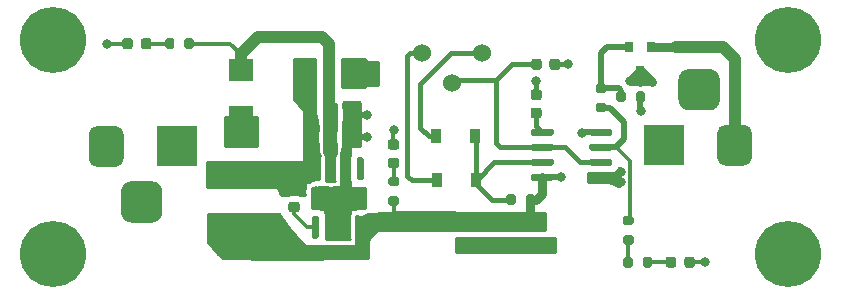
<source format=gbr>
%TF.GenerationSoftware,KiCad,Pcbnew,(5.1.10)-1*%
%TF.CreationDate,2021-09-15T21:12:31+02:00*%
%TF.ProjectId,Aquarium_LED_Dimmer,41717561-7269-4756-9d5f-4c45445f4469,rev?*%
%TF.SameCoordinates,Original*%
%TF.FileFunction,Copper,L1,Top*%
%TF.FilePolarity,Positive*%
%FSLAX46Y46*%
G04 Gerber Fmt 4.6, Leading zero omitted, Abs format (unit mm)*
G04 Created by KiCad (PCBNEW (5.1.10)-1) date 2021-09-15 21:12:31*
%MOMM*%
%LPD*%
G01*
G04 APERTURE LIST*
%TA.AperFunction,ComponentPad*%
%ADD10C,1.524000*%
%TD*%
%TA.AperFunction,ComponentPad*%
%ADD11C,5.600000*%
%TD*%
%TA.AperFunction,SMDPad,CuDef*%
%ADD12R,5.900000X1.600000*%
%TD*%
%TA.AperFunction,SMDPad,CuDef*%
%ADD13R,0.800000X0.900000*%
%TD*%
%TA.AperFunction,ComponentPad*%
%ADD14R,3.500000X3.500000*%
%TD*%
%TA.AperFunction,SMDPad,CuDef*%
%ADD15R,0.900000X1.200000*%
%TD*%
%TA.AperFunction,SMDPad,CuDef*%
%ADD16R,1.955800X2.159000*%
%TD*%
%TA.AperFunction,SMDPad,CuDef*%
%ADD17R,2.159000X1.955800*%
%TD*%
%TA.AperFunction,ViaPad*%
%ADD18C,0.800000*%
%TD*%
%TA.AperFunction,Conductor*%
%ADD19C,0.250000*%
%TD*%
%TA.AperFunction,Conductor*%
%ADD20C,0.400000*%
%TD*%
%TA.AperFunction,Conductor*%
%ADD21C,0.500000*%
%TD*%
%TA.AperFunction,Conductor*%
%ADD22C,0.750000*%
%TD*%
%TA.AperFunction,Conductor*%
%ADD23C,0.350000*%
%TD*%
%TA.AperFunction,Conductor*%
%ADD24C,1.000000*%
%TD*%
%TA.AperFunction,Conductor*%
%ADD25C,0.254000*%
%TD*%
%TA.AperFunction,Conductor*%
%ADD26C,0.100000*%
%TD*%
G04 APERTURE END LIST*
D10*
%TO.P,RV1,2*%
%TO.N,Net-(C5-Pad1)*%
X174290000Y-97060000D03*
%TO.P,RV1,3*%
%TO.N,Net-(D3-Pad1)*%
X171750000Y-94520000D03*
%TO.P,RV1,1*%
%TO.N,Net-(D4-Pad2)*%
X176830000Y-94520000D03*
%TD*%
%TO.P,R7,2*%
%TO.N,Net-(D7-Pad2)*%
%TA.AperFunction,SMDPad,CuDef*%
G36*
G01*
X190425000Y-112475000D02*
X190425000Y-111925000D01*
G75*
G02*
X190625000Y-111725000I200000J0D01*
G01*
X191025000Y-111725000D01*
G75*
G02*
X191225000Y-111925000I0J-200000D01*
G01*
X191225000Y-112475000D01*
G75*
G02*
X191025000Y-112675000I-200000J0D01*
G01*
X190625000Y-112675000D01*
G75*
G02*
X190425000Y-112475000I0J200000D01*
G01*
G37*
%TD.AperFunction*%
%TO.P,R7,1*%
%TO.N,Net-(R6-Pad2)*%
%TA.AperFunction,SMDPad,CuDef*%
G36*
G01*
X188775000Y-112475000D02*
X188775000Y-111925000D01*
G75*
G02*
X188975000Y-111725000I200000J0D01*
G01*
X189375000Y-111725000D01*
G75*
G02*
X189575000Y-111925000I0J-200000D01*
G01*
X189575000Y-112475000D01*
G75*
G02*
X189375000Y-112675000I-200000J0D01*
G01*
X188975000Y-112675000D01*
G75*
G02*
X188775000Y-112475000I0J200000D01*
G01*
G37*
%TD.AperFunction*%
%TD*%
%TO.P,R6,2*%
%TO.N,Net-(R6-Pad2)*%
%TA.AperFunction,SMDPad,CuDef*%
G36*
G01*
X188925000Y-109925000D02*
X189475000Y-109925000D01*
G75*
G02*
X189675000Y-110125000I0J-200000D01*
G01*
X189675000Y-110525000D01*
G75*
G02*
X189475000Y-110725000I-200000J0D01*
G01*
X188925000Y-110725000D01*
G75*
G02*
X188725000Y-110525000I0J200000D01*
G01*
X188725000Y-110125000D01*
G75*
G02*
X188925000Y-109925000I200000J0D01*
G01*
G37*
%TD.AperFunction*%
%TO.P,R6,1*%
%TO.N,MOS_OUT*%
%TA.AperFunction,SMDPad,CuDef*%
G36*
G01*
X188925000Y-108275000D02*
X189475000Y-108275000D01*
G75*
G02*
X189675000Y-108475000I0J-200000D01*
G01*
X189675000Y-108875000D01*
G75*
G02*
X189475000Y-109075000I-200000J0D01*
G01*
X188925000Y-109075000D01*
G75*
G02*
X188725000Y-108875000I0J200000D01*
G01*
X188725000Y-108475000D01*
G75*
G02*
X188925000Y-108275000I200000J0D01*
G01*
G37*
%TD.AperFunction*%
%TD*%
%TO.P,R5,2*%
%TO.N,Net-(D6-Pad2)*%
%TA.AperFunction,SMDPad,CuDef*%
G36*
G01*
X169605000Y-105765000D02*
X169055000Y-105765000D01*
G75*
G02*
X168855000Y-105565000I0J200000D01*
G01*
X168855000Y-105165000D01*
G75*
G02*
X169055000Y-104965000I200000J0D01*
G01*
X169605000Y-104965000D01*
G75*
G02*
X169805000Y-105165000I0J-200000D01*
G01*
X169805000Y-105565000D01*
G75*
G02*
X169605000Y-105765000I-200000J0D01*
G01*
G37*
%TD.AperFunction*%
%TO.P,R5,1*%
%TO.N,+12V*%
%TA.AperFunction,SMDPad,CuDef*%
G36*
G01*
X169605000Y-107415000D02*
X169055000Y-107415000D01*
G75*
G02*
X168855000Y-107215000I0J200000D01*
G01*
X168855000Y-106815000D01*
G75*
G02*
X169055000Y-106615000I200000J0D01*
G01*
X169605000Y-106615000D01*
G75*
G02*
X169805000Y-106815000I0J-200000D01*
G01*
X169805000Y-107215000D01*
G75*
G02*
X169605000Y-107415000I-200000J0D01*
G01*
G37*
%TD.AperFunction*%
%TD*%
%TO.P,R4,2*%
%TO.N,Net-(D5-Pad2)*%
%TA.AperFunction,SMDPad,CuDef*%
G36*
G01*
X150775000Y-93425000D02*
X150775000Y-93975000D01*
G75*
G02*
X150575000Y-94175000I-200000J0D01*
G01*
X150175000Y-94175000D01*
G75*
G02*
X149975000Y-93975000I0J200000D01*
G01*
X149975000Y-93425000D01*
G75*
G02*
X150175000Y-93225000I200000J0D01*
G01*
X150575000Y-93225000D01*
G75*
G02*
X150775000Y-93425000I0J-200000D01*
G01*
G37*
%TD.AperFunction*%
%TO.P,R4,1*%
%TO.N,VCC*%
%TA.AperFunction,SMDPad,CuDef*%
G36*
G01*
X152425000Y-93425000D02*
X152425000Y-93975000D01*
G75*
G02*
X152225000Y-94175000I-200000J0D01*
G01*
X151825000Y-94175000D01*
G75*
G02*
X151625000Y-93975000I0J200000D01*
G01*
X151625000Y-93425000D01*
G75*
G02*
X151825000Y-93225000I200000J0D01*
G01*
X152225000Y-93225000D01*
G75*
G02*
X152425000Y-93425000I0J-200000D01*
G01*
G37*
%TD.AperFunction*%
%TD*%
%TO.P,D7,2*%
%TO.N,Net-(D7-Pad2)*%
%TA.AperFunction,SMDPad,CuDef*%
G36*
G01*
X193250000Y-111943750D02*
X193250000Y-112456250D01*
G75*
G02*
X193031250Y-112675000I-218750J0D01*
G01*
X192593750Y-112675000D01*
G75*
G02*
X192375000Y-112456250I0J218750D01*
G01*
X192375000Y-111943750D01*
G75*
G02*
X192593750Y-111725000I218750J0D01*
G01*
X193031250Y-111725000D01*
G75*
G02*
X193250000Y-111943750I0J-218750D01*
G01*
G37*
%TD.AperFunction*%
%TO.P,D7,1*%
%TO.N,GND*%
%TA.AperFunction,SMDPad,CuDef*%
G36*
G01*
X194825000Y-111943750D02*
X194825000Y-112456250D01*
G75*
G02*
X194606250Y-112675000I-218750J0D01*
G01*
X194168750Y-112675000D01*
G75*
G02*
X193950000Y-112456250I0J218750D01*
G01*
X193950000Y-111943750D01*
G75*
G02*
X194168750Y-111725000I218750J0D01*
G01*
X194606250Y-111725000D01*
G75*
G02*
X194825000Y-111943750I0J-218750D01*
G01*
G37*
%TD.AperFunction*%
%TD*%
%TO.P,D6,2*%
%TO.N,Net-(D6-Pad2)*%
%TA.AperFunction,SMDPad,CuDef*%
G36*
G01*
X169063750Y-103380000D02*
X169576250Y-103380000D01*
G75*
G02*
X169795000Y-103598750I0J-218750D01*
G01*
X169795000Y-104036250D01*
G75*
G02*
X169576250Y-104255000I-218750J0D01*
G01*
X169063750Y-104255000D01*
G75*
G02*
X168845000Y-104036250I0J218750D01*
G01*
X168845000Y-103598750D01*
G75*
G02*
X169063750Y-103380000I218750J0D01*
G01*
G37*
%TD.AperFunction*%
%TO.P,D6,1*%
%TO.N,GND*%
%TA.AperFunction,SMDPad,CuDef*%
G36*
G01*
X169063750Y-101805000D02*
X169576250Y-101805000D01*
G75*
G02*
X169795000Y-102023750I0J-218750D01*
G01*
X169795000Y-102461250D01*
G75*
G02*
X169576250Y-102680000I-218750J0D01*
G01*
X169063750Y-102680000D01*
G75*
G02*
X168845000Y-102461250I0J218750D01*
G01*
X168845000Y-102023750D01*
G75*
G02*
X169063750Y-101805000I218750J0D01*
G01*
G37*
%TD.AperFunction*%
%TD*%
%TO.P,D5,2*%
%TO.N,Net-(D5-Pad2)*%
%TA.AperFunction,SMDPad,CuDef*%
G36*
G01*
X147937500Y-93956250D02*
X147937500Y-93443750D01*
G75*
G02*
X148156250Y-93225000I218750J0D01*
G01*
X148593750Y-93225000D01*
G75*
G02*
X148812500Y-93443750I0J-218750D01*
G01*
X148812500Y-93956250D01*
G75*
G02*
X148593750Y-94175000I-218750J0D01*
G01*
X148156250Y-94175000D01*
G75*
G02*
X147937500Y-93956250I0J218750D01*
G01*
G37*
%TD.AperFunction*%
%TO.P,D5,1*%
%TO.N,GND*%
%TA.AperFunction,SMDPad,CuDef*%
G36*
G01*
X146362500Y-93956250D02*
X146362500Y-93443750D01*
G75*
G02*
X146581250Y-93225000I218750J0D01*
G01*
X147018750Y-93225000D01*
G75*
G02*
X147237500Y-93443750I0J-218750D01*
G01*
X147237500Y-93956250D01*
G75*
G02*
X147018750Y-94175000I-218750J0D01*
G01*
X146581250Y-94175000D01*
G75*
G02*
X146362500Y-93956250I0J218750D01*
G01*
G37*
%TD.AperFunction*%
%TD*%
D11*
%TO.P,H4,1*%
%TO.N,N/C*%
X202700000Y-111500000D03*
%TD*%
%TO.P,H3,1*%
%TO.N,N/C*%
X202700000Y-93400000D03*
%TD*%
%TO.P,H2,1*%
%TO.N,N/C*%
X140500000Y-111500000D03*
%TD*%
%TO.P,H1,1*%
%TO.N,N/C*%
X140500000Y-93400000D03*
%TD*%
D12*
%TO.P,L1,2*%
%TO.N,+12V*%
X156600000Y-109600000D03*
%TO.P,L1,1*%
%TO.N,Net-(C4-Pad1)*%
X156600000Y-104900000D03*
%TD*%
%TO.P,C8,2*%
%TO.N,GND*%
%TA.AperFunction,SMDPad,CuDef*%
G36*
G01*
X176025000Y-110150000D02*
X176975000Y-110150000D01*
G75*
G02*
X177225000Y-110400000I0J-250000D01*
G01*
X177225000Y-110900000D01*
G75*
G02*
X176975000Y-111150000I-250000J0D01*
G01*
X176025000Y-111150000D01*
G75*
G02*
X175775000Y-110900000I0J250000D01*
G01*
X175775000Y-110400000D01*
G75*
G02*
X176025000Y-110150000I250000J0D01*
G01*
G37*
%TD.AperFunction*%
%TO.P,C8,1*%
%TO.N,+12V*%
%TA.AperFunction,SMDPad,CuDef*%
G36*
G01*
X176025000Y-108250000D02*
X176975000Y-108250000D01*
G75*
G02*
X177225000Y-108500000I0J-250000D01*
G01*
X177225000Y-109000000D01*
G75*
G02*
X176975000Y-109250000I-250000J0D01*
G01*
X176025000Y-109250000D01*
G75*
G02*
X175775000Y-109000000I0J250000D01*
G01*
X175775000Y-108500000D01*
G75*
G02*
X176025000Y-108250000I250000J0D01*
G01*
G37*
%TD.AperFunction*%
%TD*%
%TO.P,C7,2*%
%TO.N,GND*%
%TA.AperFunction,SMDPad,CuDef*%
G36*
G01*
X178225000Y-110150000D02*
X179175000Y-110150000D01*
G75*
G02*
X179425000Y-110400000I0J-250000D01*
G01*
X179425000Y-110900000D01*
G75*
G02*
X179175000Y-111150000I-250000J0D01*
G01*
X178225000Y-111150000D01*
G75*
G02*
X177975000Y-110900000I0J250000D01*
G01*
X177975000Y-110400000D01*
G75*
G02*
X178225000Y-110150000I250000J0D01*
G01*
G37*
%TD.AperFunction*%
%TO.P,C7,1*%
%TO.N,+12V*%
%TA.AperFunction,SMDPad,CuDef*%
G36*
G01*
X178225000Y-108250000D02*
X179175000Y-108250000D01*
G75*
G02*
X179425000Y-108500000I0J-250000D01*
G01*
X179425000Y-109000000D01*
G75*
G02*
X179175000Y-109250000I-250000J0D01*
G01*
X178225000Y-109250000D01*
G75*
G02*
X177975000Y-109000000I0J250000D01*
G01*
X177975000Y-108500000D01*
G75*
G02*
X178225000Y-108250000I250000J0D01*
G01*
G37*
%TD.AperFunction*%
%TD*%
%TO.P,C6,2*%
%TO.N,GND*%
%TA.AperFunction,SMDPad,CuDef*%
G36*
G01*
X180425000Y-110150000D02*
X181375000Y-110150000D01*
G75*
G02*
X181625000Y-110400000I0J-250000D01*
G01*
X181625000Y-110900000D01*
G75*
G02*
X181375000Y-111150000I-250000J0D01*
G01*
X180425000Y-111150000D01*
G75*
G02*
X180175000Y-110900000I0J250000D01*
G01*
X180175000Y-110400000D01*
G75*
G02*
X180425000Y-110150000I250000J0D01*
G01*
G37*
%TD.AperFunction*%
%TO.P,C6,1*%
%TO.N,+12V*%
%TA.AperFunction,SMDPad,CuDef*%
G36*
G01*
X180425000Y-108250000D02*
X181375000Y-108250000D01*
G75*
G02*
X181625000Y-108500000I0J-250000D01*
G01*
X181625000Y-109000000D01*
G75*
G02*
X181375000Y-109250000I-250000J0D01*
G01*
X180425000Y-109250000D01*
G75*
G02*
X180175000Y-109000000I0J250000D01*
G01*
X180175000Y-108500000D01*
G75*
G02*
X180425000Y-108250000I250000J0D01*
G01*
G37*
%TD.AperFunction*%
%TD*%
%TO.P,U2,8*%
%TO.N,Net-(C4-Pad1)*%
%TA.AperFunction,SMDPad,CuDef*%
G36*
G01*
X162845000Y-105250000D02*
X162545000Y-105250000D01*
G75*
G02*
X162395000Y-105100000I0J150000D01*
G01*
X162395000Y-103450000D01*
G75*
G02*
X162545000Y-103300000I150000J0D01*
G01*
X162845000Y-103300000D01*
G75*
G02*
X162995000Y-103450000I0J-150000D01*
G01*
X162995000Y-105100000D01*
G75*
G02*
X162845000Y-105250000I-150000J0D01*
G01*
G37*
%TD.AperFunction*%
%TO.P,U2,7*%
%TO.N,VCC*%
%TA.AperFunction,SMDPad,CuDef*%
G36*
G01*
X164115000Y-105250000D02*
X163815000Y-105250000D01*
G75*
G02*
X163665000Y-105100000I0J150000D01*
G01*
X163665000Y-103450000D01*
G75*
G02*
X163815000Y-103300000I150000J0D01*
G01*
X164115000Y-103300000D01*
G75*
G02*
X164265000Y-103450000I0J-150000D01*
G01*
X164265000Y-105100000D01*
G75*
G02*
X164115000Y-105250000I-150000J0D01*
G01*
G37*
%TD.AperFunction*%
%TO.P,U2,6*%
%TO.N,GND*%
%TA.AperFunction,SMDPad,CuDef*%
G36*
G01*
X165385000Y-105250000D02*
X165085000Y-105250000D01*
G75*
G02*
X164935000Y-105100000I0J150000D01*
G01*
X164935000Y-103450000D01*
G75*
G02*
X165085000Y-103300000I150000J0D01*
G01*
X165385000Y-103300000D01*
G75*
G02*
X165535000Y-103450000I0J-150000D01*
G01*
X165535000Y-105100000D01*
G75*
G02*
X165385000Y-105250000I-150000J0D01*
G01*
G37*
%TD.AperFunction*%
%TO.P,U2,5*%
%TO.N,Net-(U2-Pad5)*%
%TA.AperFunction,SMDPad,CuDef*%
G36*
G01*
X166655000Y-105250000D02*
X166355000Y-105250000D01*
G75*
G02*
X166205000Y-105100000I0J150000D01*
G01*
X166205000Y-103450000D01*
G75*
G02*
X166355000Y-103300000I150000J0D01*
G01*
X166655000Y-103300000D01*
G75*
G02*
X166805000Y-103450000I0J-150000D01*
G01*
X166805000Y-105100000D01*
G75*
G02*
X166655000Y-105250000I-150000J0D01*
G01*
G37*
%TD.AperFunction*%
%TO.P,U2,4*%
%TO.N,+12V*%
%TA.AperFunction,SMDPad,CuDef*%
G36*
G01*
X166655000Y-110200000D02*
X166355000Y-110200000D01*
G75*
G02*
X166205000Y-110050000I0J150000D01*
G01*
X166205000Y-108400000D01*
G75*
G02*
X166355000Y-108250000I150000J0D01*
G01*
X166655000Y-108250000D01*
G75*
G02*
X166805000Y-108400000I0J-150000D01*
G01*
X166805000Y-110050000D01*
G75*
G02*
X166655000Y-110200000I-150000J0D01*
G01*
G37*
%TD.AperFunction*%
%TO.P,U2,3*%
%TO.N,GND*%
%TA.AperFunction,SMDPad,CuDef*%
G36*
G01*
X165385000Y-110200000D02*
X165085000Y-110200000D01*
G75*
G02*
X164935000Y-110050000I0J150000D01*
G01*
X164935000Y-108400000D01*
G75*
G02*
X165085000Y-108250000I150000J0D01*
G01*
X165385000Y-108250000D01*
G75*
G02*
X165535000Y-108400000I0J-150000D01*
G01*
X165535000Y-110050000D01*
G75*
G02*
X165385000Y-110200000I-150000J0D01*
G01*
G37*
%TD.AperFunction*%
%TO.P,U2,2*%
%TA.AperFunction,SMDPad,CuDef*%
G36*
G01*
X164115000Y-110200000D02*
X163815000Y-110200000D01*
G75*
G02*
X163665000Y-110050000I0J150000D01*
G01*
X163665000Y-108400000D01*
G75*
G02*
X163815000Y-108250000I150000J0D01*
G01*
X164115000Y-108250000D01*
G75*
G02*
X164265000Y-108400000I0J-150000D01*
G01*
X164265000Y-110050000D01*
G75*
G02*
X164115000Y-110200000I-150000J0D01*
G01*
G37*
%TD.AperFunction*%
%TO.P,U2,1*%
%TO.N,Net-(C4-Pad2)*%
%TA.AperFunction,SMDPad,CuDef*%
G36*
G01*
X162845000Y-110200000D02*
X162545000Y-110200000D01*
G75*
G02*
X162395000Y-110050000I0J150000D01*
G01*
X162395000Y-108400000D01*
G75*
G02*
X162545000Y-108250000I150000J0D01*
G01*
X162845000Y-108250000D01*
G75*
G02*
X162995000Y-108400000I0J-150000D01*
G01*
X162995000Y-110050000D01*
G75*
G02*
X162845000Y-110200000I-150000J0D01*
G01*
G37*
%TD.AperFunction*%
%TD*%
%TO.P,U1,8*%
%TO.N,+12V*%
%TA.AperFunction,SMDPad,CuDef*%
G36*
G01*
X182900000Y-104855000D02*
X182900000Y-105155000D01*
G75*
G02*
X182750000Y-105305000I-150000J0D01*
G01*
X181100000Y-105305000D01*
G75*
G02*
X180950000Y-105155000I0J150000D01*
G01*
X180950000Y-104855000D01*
G75*
G02*
X181100000Y-104705000I150000J0D01*
G01*
X182750000Y-104705000D01*
G75*
G02*
X182900000Y-104855000I0J-150000D01*
G01*
G37*
%TD.AperFunction*%
%TO.P,U1,7*%
%TO.N,Net-(D3-Pad2)*%
%TA.AperFunction,SMDPad,CuDef*%
G36*
G01*
X182900000Y-103585000D02*
X182900000Y-103885000D01*
G75*
G02*
X182750000Y-104035000I-150000J0D01*
G01*
X181100000Y-104035000D01*
G75*
G02*
X180950000Y-103885000I0J150000D01*
G01*
X180950000Y-103585000D01*
G75*
G02*
X181100000Y-103435000I150000J0D01*
G01*
X182750000Y-103435000D01*
G75*
G02*
X182900000Y-103585000I0J-150000D01*
G01*
G37*
%TD.AperFunction*%
%TO.P,U1,6*%
%TO.N,Net-(C5-Pad1)*%
%TA.AperFunction,SMDPad,CuDef*%
G36*
G01*
X182900000Y-102315000D02*
X182900000Y-102615000D01*
G75*
G02*
X182750000Y-102765000I-150000J0D01*
G01*
X181100000Y-102765000D01*
G75*
G02*
X180950000Y-102615000I0J150000D01*
G01*
X180950000Y-102315000D01*
G75*
G02*
X181100000Y-102165000I150000J0D01*
G01*
X182750000Y-102165000D01*
G75*
G02*
X182900000Y-102315000I0J-150000D01*
G01*
G37*
%TD.AperFunction*%
%TO.P,U1,5*%
%TO.N,Net-(C3-Pad1)*%
%TA.AperFunction,SMDPad,CuDef*%
G36*
G01*
X182900000Y-101045000D02*
X182900000Y-101345000D01*
G75*
G02*
X182750000Y-101495000I-150000J0D01*
G01*
X181100000Y-101495000D01*
G75*
G02*
X180950000Y-101345000I0J150000D01*
G01*
X180950000Y-101045000D01*
G75*
G02*
X181100000Y-100895000I150000J0D01*
G01*
X182750000Y-100895000D01*
G75*
G02*
X182900000Y-101045000I0J-150000D01*
G01*
G37*
%TD.AperFunction*%
%TO.P,U1,4*%
%TO.N,+12V*%
%TA.AperFunction,SMDPad,CuDef*%
G36*
G01*
X187850000Y-101045000D02*
X187850000Y-101345000D01*
G75*
G02*
X187700000Y-101495000I-150000J0D01*
G01*
X186050000Y-101495000D01*
G75*
G02*
X185900000Y-101345000I0J150000D01*
G01*
X185900000Y-101045000D01*
G75*
G02*
X186050000Y-100895000I150000J0D01*
G01*
X187700000Y-100895000D01*
G75*
G02*
X187850000Y-101045000I0J-150000D01*
G01*
G37*
%TD.AperFunction*%
%TO.P,U1,3*%
%TO.N,MOS_OUT*%
%TA.AperFunction,SMDPad,CuDef*%
G36*
G01*
X187850000Y-102315000D02*
X187850000Y-102615000D01*
G75*
G02*
X187700000Y-102765000I-150000J0D01*
G01*
X186050000Y-102765000D01*
G75*
G02*
X185900000Y-102615000I0J150000D01*
G01*
X185900000Y-102315000D01*
G75*
G02*
X186050000Y-102165000I150000J0D01*
G01*
X187700000Y-102165000D01*
G75*
G02*
X187850000Y-102315000I0J-150000D01*
G01*
G37*
%TD.AperFunction*%
%TO.P,U1,2*%
%TO.N,Net-(C5-Pad1)*%
%TA.AperFunction,SMDPad,CuDef*%
G36*
G01*
X187850000Y-103585000D02*
X187850000Y-103885000D01*
G75*
G02*
X187700000Y-104035000I-150000J0D01*
G01*
X186050000Y-104035000D01*
G75*
G02*
X185900000Y-103885000I0J150000D01*
G01*
X185900000Y-103585000D01*
G75*
G02*
X186050000Y-103435000I150000J0D01*
G01*
X187700000Y-103435000D01*
G75*
G02*
X187850000Y-103585000I0J-150000D01*
G01*
G37*
%TD.AperFunction*%
%TO.P,U1,1*%
%TO.N,GND*%
%TA.AperFunction,SMDPad,CuDef*%
G36*
G01*
X187850000Y-104855000D02*
X187850000Y-105155000D01*
G75*
G02*
X187700000Y-105305000I-150000J0D01*
G01*
X186050000Y-105305000D01*
G75*
G02*
X185900000Y-105155000I0J150000D01*
G01*
X185900000Y-104855000D01*
G75*
G02*
X186050000Y-104705000I150000J0D01*
G01*
X187700000Y-104705000D01*
G75*
G02*
X187850000Y-104855000I0J-150000D01*
G01*
G37*
%TD.AperFunction*%
%TD*%
%TO.P,R3,2*%
%TO.N,GND*%
%TA.AperFunction,SMDPad,CuDef*%
G36*
G01*
X189825000Y-98475000D02*
X189825000Y-97925000D01*
G75*
G02*
X190025000Y-97725000I200000J0D01*
G01*
X190425000Y-97725000D01*
G75*
G02*
X190625000Y-97925000I0J-200000D01*
G01*
X190625000Y-98475000D01*
G75*
G02*
X190425000Y-98675000I-200000J0D01*
G01*
X190025000Y-98675000D01*
G75*
G02*
X189825000Y-98475000I0J200000D01*
G01*
G37*
%TD.AperFunction*%
%TO.P,R3,1*%
%TO.N,Net-(Q1-Pad2)*%
%TA.AperFunction,SMDPad,CuDef*%
G36*
G01*
X188175000Y-98475000D02*
X188175000Y-97925000D01*
G75*
G02*
X188375000Y-97725000I200000J0D01*
G01*
X188775000Y-97725000D01*
G75*
G02*
X188975000Y-97925000I0J-200000D01*
G01*
X188975000Y-98475000D01*
G75*
G02*
X188775000Y-98675000I-200000J0D01*
G01*
X188375000Y-98675000D01*
G75*
G02*
X188175000Y-98475000I0J200000D01*
G01*
G37*
%TD.AperFunction*%
%TD*%
%TO.P,R2,2*%
%TO.N,MOS_OUT*%
%TA.AperFunction,SMDPad,CuDef*%
G36*
G01*
X186625000Y-98725000D02*
X187175000Y-98725000D01*
G75*
G02*
X187375000Y-98925000I0J-200000D01*
G01*
X187375000Y-99325000D01*
G75*
G02*
X187175000Y-99525000I-200000J0D01*
G01*
X186625000Y-99525000D01*
G75*
G02*
X186425000Y-99325000I0J200000D01*
G01*
X186425000Y-98925000D01*
G75*
G02*
X186625000Y-98725000I200000J0D01*
G01*
G37*
%TD.AperFunction*%
%TO.P,R2,1*%
%TO.N,Net-(Q1-Pad2)*%
%TA.AperFunction,SMDPad,CuDef*%
G36*
G01*
X186625000Y-97075000D02*
X187175000Y-97075000D01*
G75*
G02*
X187375000Y-97275000I0J-200000D01*
G01*
X187375000Y-97675000D01*
G75*
G02*
X187175000Y-97875000I-200000J0D01*
G01*
X186625000Y-97875000D01*
G75*
G02*
X186425000Y-97675000I0J200000D01*
G01*
X186425000Y-97275000D01*
G75*
G02*
X186625000Y-97075000I200000J0D01*
G01*
G37*
%TD.AperFunction*%
%TD*%
%TO.P,R1,2*%
%TO.N,Net-(D3-Pad2)*%
%TA.AperFunction,SMDPad,CuDef*%
G36*
G01*
X179675000Y-106625000D02*
X179675000Y-107175000D01*
G75*
G02*
X179475000Y-107375000I-200000J0D01*
G01*
X179075000Y-107375000D01*
G75*
G02*
X178875000Y-107175000I0J200000D01*
G01*
X178875000Y-106625000D01*
G75*
G02*
X179075000Y-106425000I200000J0D01*
G01*
X179475000Y-106425000D01*
G75*
G02*
X179675000Y-106625000I0J-200000D01*
G01*
G37*
%TD.AperFunction*%
%TO.P,R1,1*%
%TO.N,+12V*%
%TA.AperFunction,SMDPad,CuDef*%
G36*
G01*
X181325000Y-106625000D02*
X181325000Y-107175000D01*
G75*
G02*
X181125000Y-107375000I-200000J0D01*
G01*
X180725000Y-107375000D01*
G75*
G02*
X180525000Y-107175000I0J200000D01*
G01*
X180525000Y-106625000D01*
G75*
G02*
X180725000Y-106425000I200000J0D01*
G01*
X181125000Y-106425000D01*
G75*
G02*
X181325000Y-106625000I0J-200000D01*
G01*
G37*
%TD.AperFunction*%
%TD*%
D13*
%TO.P,Q1,3*%
%TO.N,GND*%
X190200000Y-96000000D03*
%TO.P,Q1,2*%
%TO.N,Net-(Q1-Pad2)*%
X189250000Y-94000000D03*
%TO.P,Q1,1*%
%TO.N,Net-(J2-Pad2)*%
X191150000Y-94000000D03*
%TD*%
%TO.P,OUT,3*%
%TO.N,N/C*%
%TA.AperFunction,ComponentPad*%
G36*
G01*
X196950000Y-96725000D02*
X196950000Y-98475000D01*
G75*
G02*
X196075000Y-99350000I-875000J0D01*
G01*
X194325000Y-99350000D01*
G75*
G02*
X193450000Y-98475000I0J875000D01*
G01*
X193450000Y-96725000D01*
G75*
G02*
X194325000Y-95850000I875000J0D01*
G01*
X196075000Y-95850000D01*
G75*
G02*
X196950000Y-96725000I0J-875000D01*
G01*
G37*
%TD.AperFunction*%
%TO.P,OUT,2*%
%TO.N,Net-(J2-Pad2)*%
%TA.AperFunction,ComponentPad*%
G36*
G01*
X199700000Y-101300000D02*
X199700000Y-103300000D01*
G75*
G02*
X198950000Y-104050000I-750000J0D01*
G01*
X197450000Y-104050000D01*
G75*
G02*
X196700000Y-103300000I0J750000D01*
G01*
X196700000Y-101300000D01*
G75*
G02*
X197450000Y-100550000I750000J0D01*
G01*
X198950000Y-100550000D01*
G75*
G02*
X199700000Y-101300000I0J-750000D01*
G01*
G37*
%TD.AperFunction*%
D14*
%TO.P,OUT,1*%
%TO.N,U_OUT*%
X192200000Y-102300000D03*
%TD*%
%TO.P,IN,3*%
%TO.N,N/C*%
%TA.AperFunction,ComponentPad*%
G36*
G01*
X146250000Y-107975000D02*
X146250000Y-106225000D01*
G75*
G02*
X147125000Y-105350000I875000J0D01*
G01*
X148875000Y-105350000D01*
G75*
G02*
X149750000Y-106225000I0J-875000D01*
G01*
X149750000Y-107975000D01*
G75*
G02*
X148875000Y-108850000I-875000J0D01*
G01*
X147125000Y-108850000D01*
G75*
G02*
X146250000Y-107975000I0J875000D01*
G01*
G37*
%TD.AperFunction*%
%TO.P,IN,2*%
%TO.N,GND*%
%TA.AperFunction,ComponentPad*%
G36*
G01*
X143500000Y-103400000D02*
X143500000Y-101400000D01*
G75*
G02*
X144250000Y-100650000I750000J0D01*
G01*
X145750000Y-100650000D01*
G75*
G02*
X146500000Y-101400000I0J-750000D01*
G01*
X146500000Y-103400000D01*
G75*
G02*
X145750000Y-104150000I-750000J0D01*
G01*
X144250000Y-104150000D01*
G75*
G02*
X143500000Y-103400000I0J750000D01*
G01*
G37*
%TD.AperFunction*%
%TO.P,IN,1*%
%TO.N,U_OUT*%
X151000000Y-102400000D03*
%TD*%
D15*
%TO.P,D4,2*%
%TO.N,Net-(D4-Pad2)*%
X172950000Y-101500000D03*
%TO.P,D4,1*%
%TO.N,Net-(D3-Pad2)*%
X176250000Y-101500000D03*
%TD*%
%TO.P,D3,2*%
%TO.N,Net-(D3-Pad2)*%
X176300000Y-105250000D03*
%TO.P,D3,1*%
%TO.N,Net-(D3-Pad1)*%
X173000000Y-105250000D03*
%TD*%
D16*
%TO.P,D2,2*%
%TO.N,GND*%
X165868500Y-96200000D03*
%TO.P,D2,1*%
%TO.N,Net-(C4-Pad1)*%
X161931500Y-96200000D03*
%TD*%
D17*
%TO.P,D1,2*%
%TO.N,U_OUT*%
X156400000Y-99868500D03*
%TO.P,D1,1*%
%TO.N,VCC*%
X156400000Y-95931500D03*
%TD*%
%TO.P,C5,2*%
%TO.N,GND*%
%TA.AperFunction,SMDPad,CuDef*%
G36*
G01*
X182525000Y-95700000D02*
X182525000Y-95200000D01*
G75*
G02*
X182750000Y-94975000I225000J0D01*
G01*
X183200000Y-94975000D01*
G75*
G02*
X183425000Y-95200000I0J-225000D01*
G01*
X183425000Y-95700000D01*
G75*
G02*
X183200000Y-95925000I-225000J0D01*
G01*
X182750000Y-95925000D01*
G75*
G02*
X182525000Y-95700000I0J225000D01*
G01*
G37*
%TD.AperFunction*%
%TO.P,C5,1*%
%TO.N,Net-(C5-Pad1)*%
%TA.AperFunction,SMDPad,CuDef*%
G36*
G01*
X180975000Y-95700000D02*
X180975000Y-95200000D01*
G75*
G02*
X181200000Y-94975000I225000J0D01*
G01*
X181650000Y-94975000D01*
G75*
G02*
X181875000Y-95200000I0J-225000D01*
G01*
X181875000Y-95700000D01*
G75*
G02*
X181650000Y-95925000I-225000J0D01*
G01*
X181200000Y-95925000D01*
G75*
G02*
X180975000Y-95700000I0J225000D01*
G01*
G37*
%TD.AperFunction*%
%TD*%
%TO.P,C4,2*%
%TO.N,Net-(C4-Pad2)*%
%TA.AperFunction,SMDPad,CuDef*%
G36*
G01*
X160650000Y-107075000D02*
X161150000Y-107075000D01*
G75*
G02*
X161375000Y-107300000I0J-225000D01*
G01*
X161375000Y-107750000D01*
G75*
G02*
X161150000Y-107975000I-225000J0D01*
G01*
X160650000Y-107975000D01*
G75*
G02*
X160425000Y-107750000I0J225000D01*
G01*
X160425000Y-107300000D01*
G75*
G02*
X160650000Y-107075000I225000J0D01*
G01*
G37*
%TD.AperFunction*%
%TO.P,C4,1*%
%TO.N,Net-(C4-Pad1)*%
%TA.AperFunction,SMDPad,CuDef*%
G36*
G01*
X160650000Y-105525000D02*
X161150000Y-105525000D01*
G75*
G02*
X161375000Y-105750000I0J-225000D01*
G01*
X161375000Y-106200000D01*
G75*
G02*
X161150000Y-106425000I-225000J0D01*
G01*
X160650000Y-106425000D01*
G75*
G02*
X160425000Y-106200000I0J225000D01*
G01*
X160425000Y-105750000D01*
G75*
G02*
X160650000Y-105525000I225000J0D01*
G01*
G37*
%TD.AperFunction*%
%TD*%
%TO.P,C3,2*%
%TO.N,GND*%
%TA.AperFunction,SMDPad,CuDef*%
G36*
G01*
X181650000Y-98475000D02*
X181150000Y-98475000D01*
G75*
G02*
X180925000Y-98250000I0J225000D01*
G01*
X180925000Y-97800000D01*
G75*
G02*
X181150000Y-97575000I225000J0D01*
G01*
X181650000Y-97575000D01*
G75*
G02*
X181875000Y-97800000I0J-225000D01*
G01*
X181875000Y-98250000D01*
G75*
G02*
X181650000Y-98475000I-225000J0D01*
G01*
G37*
%TD.AperFunction*%
%TO.P,C3,1*%
%TO.N,Net-(C3-Pad1)*%
%TA.AperFunction,SMDPad,CuDef*%
G36*
G01*
X181650000Y-100025000D02*
X181150000Y-100025000D01*
G75*
G02*
X180925000Y-99800000I0J225000D01*
G01*
X180925000Y-99350000D01*
G75*
G02*
X181150000Y-99125000I225000J0D01*
G01*
X181650000Y-99125000D01*
G75*
G02*
X181875000Y-99350000I0J-225000D01*
G01*
X181875000Y-99800000D01*
G75*
G02*
X181650000Y-100025000I-225000J0D01*
G01*
G37*
%TD.AperFunction*%
%TD*%
%TO.P,C2,2*%
%TO.N,GND*%
%TA.AperFunction,SMDPad,CuDef*%
G36*
G01*
X165025000Y-101850000D02*
X165025000Y-101350000D01*
G75*
G02*
X165250000Y-101125000I225000J0D01*
G01*
X165700000Y-101125000D01*
G75*
G02*
X165925000Y-101350000I0J-225000D01*
G01*
X165925000Y-101850000D01*
G75*
G02*
X165700000Y-102075000I-225000J0D01*
G01*
X165250000Y-102075000D01*
G75*
G02*
X165025000Y-101850000I0J225000D01*
G01*
G37*
%TD.AperFunction*%
%TO.P,C2,1*%
%TO.N,VCC*%
%TA.AperFunction,SMDPad,CuDef*%
G36*
G01*
X163475000Y-101850000D02*
X163475000Y-101350000D01*
G75*
G02*
X163700000Y-101125000I225000J0D01*
G01*
X164150000Y-101125000D01*
G75*
G02*
X164375000Y-101350000I0J-225000D01*
G01*
X164375000Y-101850000D01*
G75*
G02*
X164150000Y-102075000I-225000J0D01*
G01*
X163700000Y-102075000D01*
G75*
G02*
X163475000Y-101850000I0J225000D01*
G01*
G37*
%TD.AperFunction*%
%TD*%
%TO.P,C1,2*%
%TO.N,GND*%
%TA.AperFunction,SMDPad,CuDef*%
G36*
G01*
X165350000Y-100175000D02*
X165350000Y-99225000D01*
G75*
G02*
X165600000Y-98975000I250000J0D01*
G01*
X166100000Y-98975000D01*
G75*
G02*
X166350000Y-99225000I0J-250000D01*
G01*
X166350000Y-100175000D01*
G75*
G02*
X166100000Y-100425000I-250000J0D01*
G01*
X165600000Y-100425000D01*
G75*
G02*
X165350000Y-100175000I0J250000D01*
G01*
G37*
%TD.AperFunction*%
%TO.P,C1,1*%
%TO.N,VCC*%
%TA.AperFunction,SMDPad,CuDef*%
G36*
G01*
X163450000Y-100175000D02*
X163450000Y-99225000D01*
G75*
G02*
X163700000Y-98975000I250000J0D01*
G01*
X164200000Y-98975000D01*
G75*
G02*
X164450000Y-99225000I0J-250000D01*
G01*
X164450000Y-100175000D01*
G75*
G02*
X164200000Y-100425000I-250000J0D01*
G01*
X163700000Y-100425000D01*
G75*
G02*
X163450000Y-100175000I0J250000D01*
G01*
G37*
%TD.AperFunction*%
%TD*%
D18*
%TO.N,GND*%
X167600000Y-95600000D03*
X167600000Y-96800000D03*
X167100000Y-99700000D03*
X167100000Y-101600000D03*
X188550000Y-105400000D03*
X188550000Y-104550000D03*
X181400000Y-96900000D03*
X184100000Y-95450000D03*
X175000000Y-110700000D03*
X182500000Y-110700000D03*
X162800000Y-106200000D03*
X162800000Y-107300000D03*
X166500000Y-106300000D03*
X166500000Y-107300000D03*
X145100000Y-93700000D03*
X195700000Y-112200000D03*
X169340000Y-101050000D03*
X189310000Y-96880000D03*
X190220000Y-96910000D03*
X191180000Y-96910000D03*
X190260000Y-99400000D03*
%TO.N,+12V*%
X183500000Y-105000000D03*
X185250000Y-101250000D03*
%TO.N,U_OUT*%
X155400000Y-102000000D03*
X156400000Y-102000000D03*
X157400000Y-102000000D03*
%TD*%
D19*
%TO.N,GND*%
X165850000Y-101225000D02*
X165475000Y-101600000D01*
X165850000Y-99700000D02*
X165850000Y-101225000D01*
D20*
X186875000Y-105005000D02*
X186875000Y-105075000D01*
D21*
X166468500Y-95600000D02*
X165868500Y-96200000D01*
X166368500Y-96700000D02*
X165868500Y-96200000D01*
X167100000Y-99700000D02*
X165850000Y-99700000D01*
X167100000Y-101600000D02*
X165475000Y-101600000D01*
D20*
X181400000Y-96900000D02*
X181400000Y-98025000D01*
X182975000Y-95450000D02*
X184100000Y-95450000D01*
D22*
X190225000Y-96025000D02*
X190200000Y-96000000D01*
D23*
X146800000Y-93700000D02*
X145100000Y-93700000D01*
X194387500Y-112200000D02*
X195700000Y-112200000D01*
X169320000Y-101070000D02*
X169340000Y-101050000D01*
X169320000Y-102242500D02*
X169320000Y-101070000D01*
D21*
X190225000Y-99365000D02*
X190260000Y-99400000D01*
X190225000Y-98200000D02*
X190225000Y-99365000D01*
D22*
X190190000Y-96000000D02*
X189310000Y-96880000D01*
X190200000Y-96000000D02*
X190190000Y-96000000D01*
X190200000Y-96890000D02*
X190220000Y-96910000D01*
X190200000Y-96000000D02*
X190200000Y-96890000D01*
X190270000Y-96000000D02*
X191180000Y-96910000D01*
X190200000Y-96000000D02*
X190270000Y-96000000D01*
X191150000Y-96880000D02*
X191180000Y-96910000D01*
X189310000Y-96880000D02*
X191150000Y-96880000D01*
D24*
%TO.N,VCC*%
X163850000Y-93700000D02*
X163850000Y-99600000D01*
X163300000Y-93150000D02*
X163850000Y-93700000D01*
X157850000Y-93150000D02*
X163300000Y-93150000D01*
X156400000Y-94600000D02*
X157850000Y-93150000D01*
X163850000Y-99600000D02*
X163950000Y-99700000D01*
X156400000Y-95931500D02*
X156400000Y-94600000D01*
D23*
X155500000Y-93700000D02*
X152025000Y-93700000D01*
X156400000Y-94600000D02*
X155500000Y-93700000D01*
D20*
%TO.N,Net-(C3-Pad1)*%
X181400000Y-100670000D02*
X181925000Y-101195000D01*
X181400000Y-99575000D02*
X181400000Y-100670000D01*
D23*
%TO.N,Net-(C4-Pad2)*%
X160900000Y-107525000D02*
X160900000Y-108100000D01*
X162025000Y-109225000D02*
X162695000Y-109225000D01*
X160900000Y-108100000D02*
X162025000Y-109225000D01*
%TO.N,Net-(C4-Pad1)*%
X156600000Y-104900000D02*
X158600000Y-104900000D01*
X158600000Y-104900000D02*
X159200000Y-105500000D01*
X160425000Y-105500000D02*
X160900000Y-105975000D01*
X159200000Y-105500000D02*
X160425000Y-105500000D01*
X162600000Y-104275000D02*
X160900000Y-105975000D01*
X162695000Y-104275000D02*
X162600000Y-104275000D01*
D20*
%TO.N,Net-(C5-Pad1)*%
X181925000Y-102465000D02*
X183815000Y-102465000D01*
X185085000Y-103735000D02*
X186875000Y-103735000D01*
X183815000Y-102465000D02*
X185085000Y-103735000D01*
X178365000Y-102465000D02*
X181925000Y-102465000D01*
X177990000Y-102090000D02*
X178365000Y-102465000D01*
X177990000Y-96790000D02*
X177990000Y-102090000D01*
X177990000Y-96790000D02*
X178010000Y-96790000D01*
X179350000Y-95450000D02*
X181425000Y-95450000D01*
X178010000Y-96790000D02*
X179350000Y-95450000D01*
X174560000Y-96790000D02*
X174290000Y-97060000D01*
X177990000Y-96790000D02*
X174560000Y-96790000D01*
D21*
%TO.N,+12V*%
X185305000Y-101195000D02*
X185250000Y-101250000D01*
X186875000Y-101195000D02*
X185305000Y-101195000D01*
X181930000Y-105000000D02*
X181925000Y-105005000D01*
X183500000Y-105000000D02*
X181930000Y-105000000D01*
D23*
X169340000Y-107025000D02*
X169330000Y-107015000D01*
X169340000Y-108390000D02*
X169340000Y-107025000D01*
D22*
X180900000Y-106925000D02*
X180925000Y-106900000D01*
X180900000Y-108750000D02*
X180900000Y-106925000D01*
X180925000Y-106900000D02*
X181410000Y-106900000D01*
X181925000Y-106385000D02*
X181925000Y-105005000D01*
X181410000Y-106900000D02*
X181925000Y-106385000D01*
D21*
%TO.N,U_OUT*%
X156200000Y-100068500D02*
X156400000Y-99868500D01*
X157100000Y-100568500D02*
X156400000Y-99868500D01*
D23*
%TO.N,Net-(D3-Pad2)*%
X178325000Y-106950000D02*
X178050000Y-106950000D01*
D20*
X176300000Y-101550000D02*
X176250000Y-101500000D01*
X176300000Y-105250000D02*
X176300000Y-101550000D01*
X176300000Y-105250000D02*
X176300000Y-105600000D01*
X177650000Y-106950000D02*
X178325000Y-106950000D01*
X176300000Y-105600000D02*
X177650000Y-106950000D01*
X181925000Y-103735000D02*
X177865000Y-103735000D01*
X176350000Y-105250000D02*
X176300000Y-105250000D01*
X177865000Y-103735000D02*
X176350000Y-105250000D01*
X179225000Y-106950000D02*
X179275000Y-106900000D01*
X178325000Y-106950000D02*
X179225000Y-106950000D01*
%TO.N,Net-(D3-Pad1)*%
X170710000Y-94520000D02*
X171750000Y-94520000D01*
X170500000Y-94730000D02*
X170710000Y-94520000D01*
X170850000Y-105250000D02*
X170500000Y-104900000D01*
X170500000Y-104900000D02*
X170500000Y-94730000D01*
X173000000Y-105250000D02*
X170850000Y-105250000D01*
D23*
%TO.N,Net-(D4-Pad2)*%
X172910000Y-101460000D02*
X172950000Y-101500000D01*
D20*
X174180000Y-94520000D02*
X176830000Y-94520000D01*
X171600000Y-97100000D02*
X174180000Y-94520000D01*
X171600000Y-100800000D02*
X171600000Y-97100000D01*
X172300000Y-101500000D02*
X171600000Y-100800000D01*
X172950000Y-101500000D02*
X172300000Y-101500000D01*
D21*
%TO.N,Net-(Q1-Pad2)*%
X186900000Y-97475000D02*
X186900000Y-94500000D01*
X187400000Y-94000000D02*
X189250000Y-94000000D01*
X186900000Y-94500000D02*
X187400000Y-94000000D01*
X188575000Y-98200000D02*
X188575000Y-97675000D01*
X188375000Y-97475000D02*
X186900000Y-97475000D01*
X188575000Y-97675000D02*
X188375000Y-97475000D01*
%TO.N,MOS_OUT*%
X186875000Y-102465000D02*
X188135000Y-102465000D01*
X188135000Y-102465000D02*
X188800000Y-101800000D01*
X188800000Y-101800000D02*
X188800000Y-100300000D01*
X187625000Y-99125000D02*
X186900000Y-99125000D01*
X188800000Y-100300000D02*
X187625000Y-99125000D01*
D23*
X188135000Y-102465000D02*
X188165000Y-102465000D01*
X189325001Y-108549999D02*
X189200000Y-108675000D01*
X189325001Y-103625001D02*
X189325001Y-108549999D01*
X188165000Y-102465000D02*
X189325001Y-103625001D01*
D24*
%TO.N,Net-(J2-Pad2)*%
X198200000Y-95000000D02*
X198200000Y-102300000D01*
X197200000Y-94000000D02*
X198200000Y-95000000D01*
X197200000Y-94000000D02*
X193200000Y-94000000D01*
D22*
X193200000Y-94000000D02*
X191150000Y-94000000D01*
D23*
%TO.N,Net-(D5-Pad2)*%
X150375000Y-93700000D02*
X148375000Y-93700000D01*
%TO.N,Net-(D6-Pad2)*%
X169330000Y-103827500D02*
X169320000Y-103817500D01*
X169330000Y-105365000D02*
X169330000Y-103827500D01*
%TO.N,Net-(D7-Pad2)*%
X190825000Y-112200000D02*
X192812500Y-112200000D01*
%TO.N,Net-(R6-Pad2)*%
X189200000Y-112175000D02*
X189175000Y-112200000D01*
X189200000Y-110325000D02*
X189200000Y-112175000D01*
%TD*%
D25*
%TO.N,VCC*%
X164423000Y-101117379D02*
X164403512Y-101181623D01*
X164386928Y-101350000D01*
X164386928Y-101850000D01*
X164403512Y-102018377D01*
X164423000Y-102082621D01*
X164423000Y-103024784D01*
X164356916Y-103148418D01*
X164312071Y-103296255D01*
X164296928Y-103450000D01*
X164296928Y-105100000D01*
X164312071Y-105253745D01*
X164333079Y-105323000D01*
X163596921Y-105323000D01*
X163617929Y-105253745D01*
X163633072Y-105100000D01*
X163633072Y-103450000D01*
X163617929Y-103296255D01*
X163573084Y-103148418D01*
X163500258Y-103012171D01*
X163477000Y-102983831D01*
X163477000Y-98827000D01*
X164423000Y-98827000D01*
X164423000Y-101117379D01*
%TA.AperFunction,Conductor*%
D26*
G36*
X164423000Y-101117379D02*
G01*
X164403512Y-101181623D01*
X164386928Y-101350000D01*
X164386928Y-101850000D01*
X164403512Y-102018377D01*
X164423000Y-102082621D01*
X164423000Y-103024784D01*
X164356916Y-103148418D01*
X164312071Y-103296255D01*
X164296928Y-103450000D01*
X164296928Y-105100000D01*
X164312071Y-105253745D01*
X164333079Y-105323000D01*
X163596921Y-105323000D01*
X163617929Y-105253745D01*
X163633072Y-105100000D01*
X163633072Y-103450000D01*
X163617929Y-103296255D01*
X163573084Y-103148418D01*
X163500258Y-103012171D01*
X163477000Y-102983831D01*
X163477000Y-98827000D01*
X164423000Y-98827000D01*
X164423000Y-101117379D01*
G37*
%TD.AperFunction*%
%TD*%
D25*
%TO.N,GND*%
X166485391Y-98733073D02*
X166473417Y-102373000D01*
X165750000Y-102373000D01*
X165725224Y-102375440D01*
X165701399Y-102382667D01*
X165679443Y-102394403D01*
X165660197Y-102410197D01*
X165644403Y-102429443D01*
X165632667Y-102451399D01*
X165625440Y-102475224D01*
X165623000Y-102500000D01*
X165623000Y-103161328D01*
X165582071Y-103296255D01*
X165566928Y-103450000D01*
X165566928Y-105100000D01*
X165582071Y-105253745D01*
X165623000Y-105388672D01*
X165623000Y-105750000D01*
X165625440Y-105774776D01*
X165632667Y-105798601D01*
X165644403Y-105820557D01*
X165660197Y-105839803D01*
X165679443Y-105855597D01*
X165701399Y-105867333D01*
X165725224Y-105874560D01*
X165750000Y-105877000D01*
X166242587Y-105877000D01*
X166355000Y-105888072D01*
X166655000Y-105888072D01*
X166767413Y-105877000D01*
X166873000Y-105877000D01*
X166873000Y-107646562D01*
X166808745Y-107627071D01*
X166655000Y-107611928D01*
X166355000Y-107611928D01*
X166201255Y-107627071D01*
X166053418Y-107671916D01*
X166051390Y-107673000D01*
X165750000Y-107673000D01*
X165725224Y-107675440D01*
X165701399Y-107682667D01*
X165679443Y-107694403D01*
X165660197Y-107710197D01*
X165644403Y-107729443D01*
X165632667Y-107751399D01*
X165625440Y-107775224D01*
X165623006Y-107801221D01*
X165625896Y-108101781D01*
X165582071Y-108246255D01*
X165566928Y-108400000D01*
X165566928Y-110050000D01*
X165582071Y-110203745D01*
X165603079Y-110273000D01*
X163596921Y-110273000D01*
X163617929Y-110203745D01*
X163633072Y-110050000D01*
X163633072Y-108400000D01*
X163617929Y-108246255D01*
X163573084Y-108098418D01*
X163529084Y-108016100D01*
X163526994Y-107798779D01*
X163524316Y-107774027D01*
X163516860Y-107750273D01*
X163504913Y-107728431D01*
X163488935Y-107709338D01*
X163469539Y-107693730D01*
X163447470Y-107682205D01*
X163423578Y-107675208D01*
X163400000Y-107673000D01*
X163148610Y-107673000D01*
X163146582Y-107671916D01*
X162998745Y-107627071D01*
X162845000Y-107611928D01*
X162545000Y-107611928D01*
X162427000Y-107623550D01*
X162427000Y-105876450D01*
X162545000Y-105888072D01*
X162845000Y-105888072D01*
X162998745Y-105872929D01*
X163146582Y-105828084D01*
X163148610Y-105827000D01*
X163511390Y-105827000D01*
X163513418Y-105828084D01*
X163661255Y-105872929D01*
X163815000Y-105888072D01*
X164115000Y-105888072D01*
X164268745Y-105872929D01*
X164416582Y-105828084D01*
X164418610Y-105827000D01*
X164750000Y-105827000D01*
X164774776Y-105824560D01*
X164798601Y-105817333D01*
X164820557Y-105805597D01*
X164839803Y-105789803D01*
X164855597Y-105770557D01*
X164867333Y-105748601D01*
X164874560Y-105724776D01*
X164877000Y-105700000D01*
X164877000Y-105289774D01*
X164887929Y-105253745D01*
X164903072Y-105100000D01*
X164903072Y-103450000D01*
X164887929Y-103296255D01*
X164877000Y-103260226D01*
X164877000Y-102970610D01*
X165070483Y-102390161D01*
X165076003Y-102365884D01*
X165077000Y-102350000D01*
X165077000Y-100287416D01*
X165088072Y-100175000D01*
X165088072Y-99724550D01*
X165090490Y-99699999D01*
X165088072Y-99675448D01*
X165088072Y-99225000D01*
X165077000Y-99112584D01*
X165077000Y-98715634D01*
X165099159Y-98627000D01*
X166425725Y-98627000D01*
X166485391Y-98733073D01*
%TA.AperFunction,Conductor*%
D26*
G36*
X166485391Y-98733073D02*
G01*
X166473417Y-102373000D01*
X165750000Y-102373000D01*
X165725224Y-102375440D01*
X165701399Y-102382667D01*
X165679443Y-102394403D01*
X165660197Y-102410197D01*
X165644403Y-102429443D01*
X165632667Y-102451399D01*
X165625440Y-102475224D01*
X165623000Y-102500000D01*
X165623000Y-103161328D01*
X165582071Y-103296255D01*
X165566928Y-103450000D01*
X165566928Y-105100000D01*
X165582071Y-105253745D01*
X165623000Y-105388672D01*
X165623000Y-105750000D01*
X165625440Y-105774776D01*
X165632667Y-105798601D01*
X165644403Y-105820557D01*
X165660197Y-105839803D01*
X165679443Y-105855597D01*
X165701399Y-105867333D01*
X165725224Y-105874560D01*
X165750000Y-105877000D01*
X166242587Y-105877000D01*
X166355000Y-105888072D01*
X166655000Y-105888072D01*
X166767413Y-105877000D01*
X166873000Y-105877000D01*
X166873000Y-107646562D01*
X166808745Y-107627071D01*
X166655000Y-107611928D01*
X166355000Y-107611928D01*
X166201255Y-107627071D01*
X166053418Y-107671916D01*
X166051390Y-107673000D01*
X165750000Y-107673000D01*
X165725224Y-107675440D01*
X165701399Y-107682667D01*
X165679443Y-107694403D01*
X165660197Y-107710197D01*
X165644403Y-107729443D01*
X165632667Y-107751399D01*
X165625440Y-107775224D01*
X165623006Y-107801221D01*
X165625896Y-108101781D01*
X165582071Y-108246255D01*
X165566928Y-108400000D01*
X165566928Y-110050000D01*
X165582071Y-110203745D01*
X165603079Y-110273000D01*
X163596921Y-110273000D01*
X163617929Y-110203745D01*
X163633072Y-110050000D01*
X163633072Y-108400000D01*
X163617929Y-108246255D01*
X163573084Y-108098418D01*
X163529084Y-108016100D01*
X163526994Y-107798779D01*
X163524316Y-107774027D01*
X163516860Y-107750273D01*
X163504913Y-107728431D01*
X163488935Y-107709338D01*
X163469539Y-107693730D01*
X163447470Y-107682205D01*
X163423578Y-107675208D01*
X163400000Y-107673000D01*
X163148610Y-107673000D01*
X163146582Y-107671916D01*
X162998745Y-107627071D01*
X162845000Y-107611928D01*
X162545000Y-107611928D01*
X162427000Y-107623550D01*
X162427000Y-105876450D01*
X162545000Y-105888072D01*
X162845000Y-105888072D01*
X162998745Y-105872929D01*
X163146582Y-105828084D01*
X163148610Y-105827000D01*
X163511390Y-105827000D01*
X163513418Y-105828084D01*
X163661255Y-105872929D01*
X163815000Y-105888072D01*
X164115000Y-105888072D01*
X164268745Y-105872929D01*
X164416582Y-105828084D01*
X164418610Y-105827000D01*
X164750000Y-105827000D01*
X164774776Y-105824560D01*
X164798601Y-105817333D01*
X164820557Y-105805597D01*
X164839803Y-105789803D01*
X164855597Y-105770557D01*
X164867333Y-105748601D01*
X164874560Y-105724776D01*
X164877000Y-105700000D01*
X164877000Y-105289774D01*
X164887929Y-105253745D01*
X164903072Y-105100000D01*
X164903072Y-103450000D01*
X164887929Y-103296255D01*
X164877000Y-103260226D01*
X164877000Y-102970610D01*
X165070483Y-102390161D01*
X165076003Y-102365884D01*
X165077000Y-102350000D01*
X165077000Y-100287416D01*
X165088072Y-100175000D01*
X165088072Y-99724550D01*
X165090490Y-99699999D01*
X165088072Y-99675448D01*
X165088072Y-99225000D01*
X165077000Y-99112584D01*
X165077000Y-98715634D01*
X165099159Y-98627000D01*
X166425725Y-98627000D01*
X166485391Y-98733073D01*
G37*
%TD.AperFunction*%
%TD*%
D25*
%TO.N,Net-(C4-Pad1)*%
X162715001Y-99544239D02*
X162709509Y-99600000D01*
X162731423Y-99822498D01*
X162796324Y-100036446D01*
X162811928Y-100065639D01*
X162811928Y-100175000D01*
X162828992Y-100348254D01*
X162879528Y-100514850D01*
X162923000Y-100596180D01*
X162923000Y-100981598D01*
X162902625Y-101019717D01*
X162853512Y-101181623D01*
X162836928Y-101350000D01*
X162836928Y-101850000D01*
X162853512Y-102018377D01*
X162902625Y-102180283D01*
X162923000Y-102218402D01*
X162923000Y-102850000D01*
X162925440Y-102874776D01*
X162932667Y-102898601D01*
X162948400Y-102926200D01*
X163073000Y-103092333D01*
X163073000Y-103194294D01*
X163042071Y-103296255D01*
X163026928Y-103450000D01*
X163026928Y-105100000D01*
X163035956Y-105191657D01*
X162901939Y-105165000D01*
X162698061Y-105165000D01*
X162498102Y-105204774D01*
X162309744Y-105282795D01*
X162174742Y-105373000D01*
X161950000Y-105373000D01*
X161925224Y-105375440D01*
X161901399Y-105382667D01*
X161879443Y-105394403D01*
X161860197Y-105410197D01*
X161844403Y-105429443D01*
X161832667Y-105451399D01*
X161825440Y-105475224D01*
X161823000Y-105500000D01*
X161823000Y-105854101D01*
X161804774Y-105898102D01*
X161765000Y-106098061D01*
X161765000Y-106301939D01*
X161799026Y-106473000D01*
X161382621Y-106473000D01*
X161318377Y-106453512D01*
X161150000Y-106436928D01*
X160650000Y-106436928D01*
X160481623Y-106453512D01*
X160417379Y-106473000D01*
X159778490Y-106473000D01*
X159513592Y-105943204D01*
X159500329Y-105922134D01*
X159483211Y-105904057D01*
X159462894Y-105889667D01*
X159440161Y-105879517D01*
X159415884Y-105873997D01*
X159400000Y-105873000D01*
X153527000Y-105873000D01*
X153527000Y-103727000D01*
X161600000Y-103727000D01*
X161624776Y-103724560D01*
X161648601Y-103717333D01*
X161670557Y-103705597D01*
X161689803Y-103689803D01*
X161705597Y-103670557D01*
X161717333Y-103648601D01*
X161724560Y-103624776D01*
X161726991Y-103601549D01*
X161776991Y-99501549D01*
X161774853Y-99476744D01*
X161767917Y-99452834D01*
X161756449Y-99430735D01*
X161748293Y-99419579D01*
X160877000Y-98354665D01*
X160877000Y-95027000D01*
X162715000Y-95027000D01*
X162715001Y-99544239D01*
%TA.AperFunction,Conductor*%
D26*
G36*
X162715001Y-99544239D02*
G01*
X162709509Y-99600000D01*
X162731423Y-99822498D01*
X162796324Y-100036446D01*
X162811928Y-100065639D01*
X162811928Y-100175000D01*
X162828992Y-100348254D01*
X162879528Y-100514850D01*
X162923000Y-100596180D01*
X162923000Y-100981598D01*
X162902625Y-101019717D01*
X162853512Y-101181623D01*
X162836928Y-101350000D01*
X162836928Y-101850000D01*
X162853512Y-102018377D01*
X162902625Y-102180283D01*
X162923000Y-102218402D01*
X162923000Y-102850000D01*
X162925440Y-102874776D01*
X162932667Y-102898601D01*
X162948400Y-102926200D01*
X163073000Y-103092333D01*
X163073000Y-103194294D01*
X163042071Y-103296255D01*
X163026928Y-103450000D01*
X163026928Y-105100000D01*
X163035956Y-105191657D01*
X162901939Y-105165000D01*
X162698061Y-105165000D01*
X162498102Y-105204774D01*
X162309744Y-105282795D01*
X162174742Y-105373000D01*
X161950000Y-105373000D01*
X161925224Y-105375440D01*
X161901399Y-105382667D01*
X161879443Y-105394403D01*
X161860197Y-105410197D01*
X161844403Y-105429443D01*
X161832667Y-105451399D01*
X161825440Y-105475224D01*
X161823000Y-105500000D01*
X161823000Y-105854101D01*
X161804774Y-105898102D01*
X161765000Y-106098061D01*
X161765000Y-106301939D01*
X161799026Y-106473000D01*
X161382621Y-106473000D01*
X161318377Y-106453512D01*
X161150000Y-106436928D01*
X160650000Y-106436928D01*
X160481623Y-106453512D01*
X160417379Y-106473000D01*
X159778490Y-106473000D01*
X159513592Y-105943204D01*
X159500329Y-105922134D01*
X159483211Y-105904057D01*
X159462894Y-105889667D01*
X159440161Y-105879517D01*
X159415884Y-105873997D01*
X159400000Y-105873000D01*
X153527000Y-105873000D01*
X153527000Y-103727000D01*
X161600000Y-103727000D01*
X161624776Y-103724560D01*
X161648601Y-103717333D01*
X161670557Y-103705597D01*
X161689803Y-103689803D01*
X161705597Y-103670557D01*
X161717333Y-103648601D01*
X161724560Y-103624776D01*
X161726991Y-103601549D01*
X161776991Y-99501549D01*
X161774853Y-99476744D01*
X161767917Y-99452834D01*
X161756449Y-99430735D01*
X161748293Y-99419579D01*
X160877000Y-98354665D01*
X160877000Y-95027000D01*
X162715000Y-95027000D01*
X162715001Y-99544239D01*
G37*
%TD.AperFunction*%
%TD*%
D25*
%TO.N,+12V*%
X178931442Y-107998933D02*
X179075000Y-108013072D01*
X179475000Y-108013072D01*
X179564956Y-108004212D01*
X182173000Y-108025946D01*
X182173000Y-109473000D01*
X167900000Y-109473000D01*
X167875224Y-109475440D01*
X167851399Y-109482667D01*
X167829443Y-109494403D01*
X167810197Y-109510197D01*
X167798400Y-109523800D01*
X167198400Y-110323800D01*
X167185486Y-110345085D01*
X167176973Y-110368481D01*
X167173000Y-110400000D01*
X167173000Y-111873817D01*
X159550298Y-111922996D01*
X154898862Y-111873512D01*
X154491910Y-111511778D01*
X153627000Y-110454665D01*
X153627000Y-108127000D01*
X159636500Y-108127000D01*
X160498400Y-109276200D01*
X160500830Y-109279336D01*
X160900830Y-109779336D01*
X160907925Y-109787471D01*
X161857925Y-110787471D01*
X161876759Y-110803753D01*
X161898408Y-110816048D01*
X161922039Y-110823884D01*
X161950000Y-110827000D01*
X162432587Y-110827000D01*
X162545000Y-110838072D01*
X162845000Y-110838072D01*
X162957413Y-110827000D01*
X163702587Y-110827000D01*
X163815000Y-110838072D01*
X164115000Y-110838072D01*
X164227413Y-110827000D01*
X164972587Y-110827000D01*
X165085000Y-110838072D01*
X165385000Y-110838072D01*
X165497413Y-110827000D01*
X166000000Y-110827000D01*
X166024776Y-110824560D01*
X166048601Y-110817333D01*
X166070557Y-110805597D01*
X166089803Y-110789803D01*
X166105597Y-110770557D01*
X166117333Y-110748601D01*
X166124560Y-110724776D01*
X166127000Y-110700000D01*
X166127000Y-110305706D01*
X166157929Y-110203745D01*
X166173072Y-110050000D01*
X166173072Y-108400000D01*
X166161249Y-108279961D01*
X166198102Y-108295226D01*
X166398061Y-108335000D01*
X166601939Y-108335000D01*
X166801898Y-108295226D01*
X166990256Y-108217205D01*
X167137370Y-108118907D01*
X170303305Y-107927032D01*
X178931442Y-107998933D01*
%TA.AperFunction,Conductor*%
D26*
G36*
X178931442Y-107998933D02*
G01*
X179075000Y-108013072D01*
X179475000Y-108013072D01*
X179564956Y-108004212D01*
X182173000Y-108025946D01*
X182173000Y-109473000D01*
X167900000Y-109473000D01*
X167875224Y-109475440D01*
X167851399Y-109482667D01*
X167829443Y-109494403D01*
X167810197Y-109510197D01*
X167798400Y-109523800D01*
X167198400Y-110323800D01*
X167185486Y-110345085D01*
X167176973Y-110368481D01*
X167173000Y-110400000D01*
X167173000Y-111873817D01*
X159550298Y-111922996D01*
X154898862Y-111873512D01*
X154491910Y-111511778D01*
X153627000Y-110454665D01*
X153627000Y-108127000D01*
X159636500Y-108127000D01*
X160498400Y-109276200D01*
X160500830Y-109279336D01*
X160900830Y-109779336D01*
X160907925Y-109787471D01*
X161857925Y-110787471D01*
X161876759Y-110803753D01*
X161898408Y-110816048D01*
X161922039Y-110823884D01*
X161950000Y-110827000D01*
X162432587Y-110827000D01*
X162545000Y-110838072D01*
X162845000Y-110838072D01*
X162957413Y-110827000D01*
X163702587Y-110827000D01*
X163815000Y-110838072D01*
X164115000Y-110838072D01*
X164227413Y-110827000D01*
X164972587Y-110827000D01*
X165085000Y-110838072D01*
X165385000Y-110838072D01*
X165497413Y-110827000D01*
X166000000Y-110827000D01*
X166024776Y-110824560D01*
X166048601Y-110817333D01*
X166070557Y-110805597D01*
X166089803Y-110789803D01*
X166105597Y-110770557D01*
X166117333Y-110748601D01*
X166124560Y-110724776D01*
X166127000Y-110700000D01*
X166127000Y-110305706D01*
X166157929Y-110203745D01*
X166173072Y-110050000D01*
X166173072Y-108400000D01*
X166161249Y-108279961D01*
X166198102Y-108295226D01*
X166398061Y-108335000D01*
X166601939Y-108335000D01*
X166801898Y-108295226D01*
X166990256Y-108217205D01*
X167137370Y-108118907D01*
X170303305Y-107927032D01*
X178931442Y-107998933D01*
G37*
%TD.AperFunction*%
%TD*%
D25*
%TO.N,U_OUT*%
X157773000Y-102373000D02*
X155027000Y-102373000D01*
X155027000Y-99927000D01*
X157773000Y-99927000D01*
X157773000Y-102373000D01*
%TA.AperFunction,Conductor*%
D26*
G36*
X157773000Y-102373000D02*
G01*
X155027000Y-102373000D01*
X155027000Y-99927000D01*
X157773000Y-99927000D01*
X157773000Y-102373000D01*
G37*
%TD.AperFunction*%
%TD*%
D25*
%TO.N,GND*%
X188515001Y-105773000D02*
X188329980Y-105773000D01*
X187556796Y-105386408D01*
X187533544Y-105377510D01*
X187500000Y-105373000D01*
X185827000Y-105373000D01*
X185827000Y-104636921D01*
X185896255Y-104657929D01*
X186050000Y-104673072D01*
X187700000Y-104673072D01*
X187853745Y-104657929D01*
X188001582Y-104613084D01*
X188137829Y-104540258D01*
X188257251Y-104442251D01*
X188355258Y-104322829D01*
X188406480Y-104227000D01*
X188515001Y-104227000D01*
X188515001Y-105773000D01*
%TA.AperFunction,Conductor*%
D26*
G36*
X188515001Y-105773000D02*
G01*
X188329980Y-105773000D01*
X187556796Y-105386408D01*
X187533544Y-105377510D01*
X187500000Y-105373000D01*
X185827000Y-105373000D01*
X185827000Y-104636921D01*
X185896255Y-104657929D01*
X186050000Y-104673072D01*
X187700000Y-104673072D01*
X187853745Y-104657929D01*
X188001582Y-104613084D01*
X188137829Y-104540258D01*
X188257251Y-104442251D01*
X188355258Y-104322829D01*
X188406480Y-104227000D01*
X188515001Y-104227000D01*
X188515001Y-105773000D01*
G37*
%TD.AperFunction*%
%TD*%
D25*
%TO.N,GND*%
X167010197Y-95189803D02*
X167029443Y-95205597D01*
X167051399Y-95217333D01*
X167075224Y-95224560D01*
X167100000Y-95227000D01*
X167973000Y-95227000D01*
X167973000Y-97173000D01*
X167100000Y-97173000D01*
X167075224Y-97175440D01*
X167051399Y-97182667D01*
X167029443Y-97194403D01*
X167010197Y-97210197D01*
X166847394Y-97373000D01*
X164985000Y-97373000D01*
X164985000Y-95027000D01*
X166847394Y-95027000D01*
X167010197Y-95189803D01*
%TA.AperFunction,Conductor*%
D26*
G36*
X167010197Y-95189803D02*
G01*
X167029443Y-95205597D01*
X167051399Y-95217333D01*
X167075224Y-95224560D01*
X167100000Y-95227000D01*
X167973000Y-95227000D01*
X167973000Y-97173000D01*
X167100000Y-97173000D01*
X167075224Y-97175440D01*
X167051399Y-97182667D01*
X167029443Y-97194403D01*
X167010197Y-97210197D01*
X166847394Y-97373000D01*
X164985000Y-97373000D01*
X164985000Y-95027000D01*
X166847394Y-95027000D01*
X167010197Y-95189803D01*
G37*
%TD.AperFunction*%
%TD*%
D25*
%TO.N,GND*%
X182973000Y-111373000D02*
X174627000Y-111373000D01*
X174627000Y-110127000D01*
X182973000Y-110127000D01*
X182973000Y-111373000D01*
%TA.AperFunction,Conductor*%
D26*
G36*
X182973000Y-111373000D02*
G01*
X174627000Y-111373000D01*
X174627000Y-110127000D01*
X182973000Y-110127000D01*
X182973000Y-111373000D01*
G37*
%TD.AperFunction*%
%TD*%
M02*

</source>
